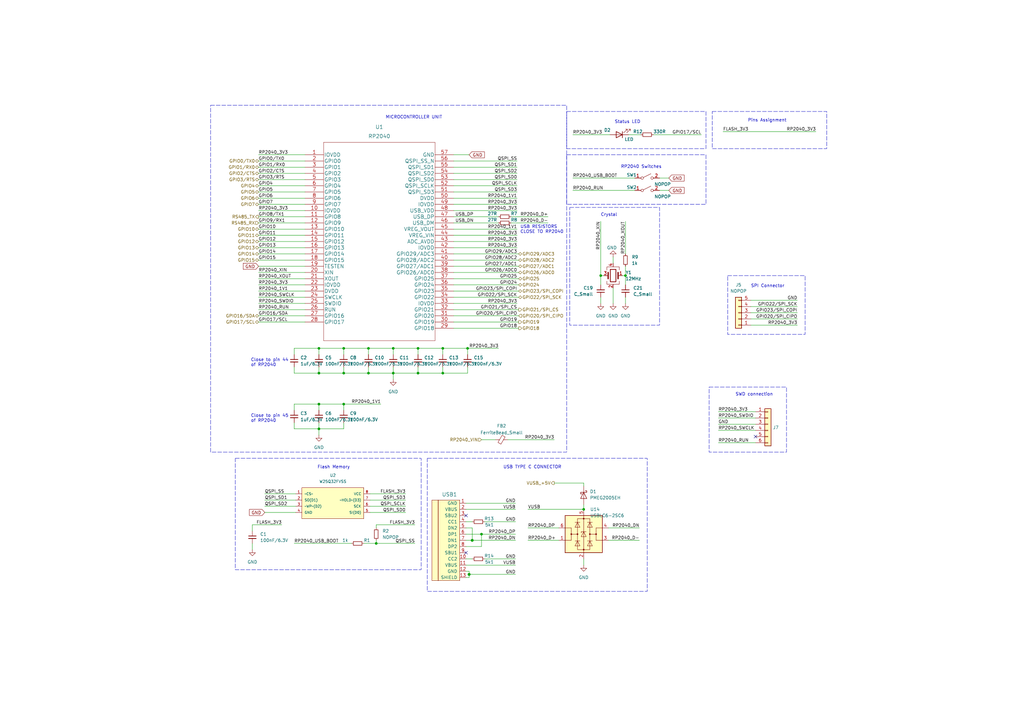
<source format=kicad_sch>
(kicad_sch (version 20231120) (generator "eeschema") (generator_version "8.0")
  (paper "A3")
  (title_block (title "teste_kicad") (date "2024-MM-DD") (rev "1") (company "Gabriel"))
  (lib_symbols
    (symbol "Connector_Generic:Conn_01x05" (pin_names (offset 1.016) hide)
      (property "Reference" "J" (at 0 7.62 0))
      (property "Value" "Conn_01x05" (at 0 -7.62 0))
      (symbol "Conn_01x05_1_1"
        (rectangle (start -1.27 -4.953) (end 0 -5.207) (stroke (width 0.1524)))
        (rectangle (start -1.27 -2.413) (end 0 -2.667) (stroke (width 0.1524)))
        (rectangle (start -1.27 0.127) (end 0 -0.127) (stroke (width 0.1524)))
        (rectangle (start -1.27 2.667) (end 0 2.413) (stroke (width 0.1524)))
        (rectangle (start -1.27 5.207) (end 0 4.953) (stroke (width 0.1524)))
        (rectangle (start -1.27 6.35) (end 1.27 -6.35) (stroke (width 0.254)) (fill (type background)))
        (pin passive line (at -5.08 5.08 0) (length 3.81) (name "Pin_1") (number "1"))
        (pin passive line (at -5.08 2.54 0) (length 3.81) (name "Pin_2") (number "2"))
        (pin passive line (at -5.08 0 0) (length 3.81) (name "Pin_3") (number "3"))
        (pin passive line (at -5.08 -2.54 0) (length 3.81) (name "Pin_4") (number "4"))
        (pin passive line (at -5.08 -5.08 0) (length 3.81) (name "Pin_5") (number "5"))
      )
    )
    (symbol "Connector_Generic:Conn_01x06" (pin_names (offset 1.016) hide)
      (property "Reference" "J" (at 0 7.62 0))
      (property "Value" "Conn_01x06" (at 0 -10.16 0))
      (symbol "Conn_01x06_1_1"
        (rectangle (start -1.27 -7.493) (end 0 -7.747) (stroke (width 0.1524)))
        (rectangle (start -1.27 -4.953) (end 0 -5.207) (stroke (width 0.1524)))
        (rectangle (start -1.27 -2.413) (end 0 -2.667) (stroke (width 0.1524)))
        (rectangle (start -1.27 0.127) (end 0 -0.127) (stroke (width 0.1524)))
        (rectangle (start -1.27 2.667) (end 0 2.413) (stroke (width 0.1524)))
        (rectangle (start -1.27 5.207) (end 0 4.953) (stroke (width 0.1524)))
        (rectangle (start -1.27 6.35) (end 1.27 -8.89) (stroke (width 0.254)) (fill (type background)))
        (pin passive line (at -5.08 5.08 0) (length 3.81) (name "Pin_1") (number "1"))
        (pin passive line (at -5.08 2.54 0) (length 3.81) (name "Pin_2") (number "2"))
        (pin passive line (at -5.08 0 0) (length 3.81) (name "Pin_3") (number "3"))
        (pin passive line (at -5.08 -2.54 0) (length 3.81) (name "Pin_4") (number "4"))
        (pin passive line (at -5.08 -5.08 0) (length 3.81) (name "Pin_5") (number "5"))
        (pin passive line (at -5.08 -7.62 0) (length 3.81) (name "Pin_6") (number "6"))
      )
    )
    (symbol "Device:Crystal_GND24" (pin_names (offset 1.016) hide)
      (property "Reference" "Y" (at 3.175 5.08 0))
      (property "Value" "Crystal_GND24" (at 3.175 3.175 0))
      (symbol "Crystal_GND24_0_1"
        (rectangle (start -1.143 2.54) (end 1.143 -2.54) (stroke (width 0.3048)))
        (polyline (pts (xy -2.54 0) (xy -2.032 0)))
        (polyline (pts (xy -2.032 -1.27) (xy -2.032 1.27)) (stroke (width 0.508)))
        (polyline (pts (xy 0 -3.81) (xy 0 -3.556)))
        (polyline (pts (xy 0 3.556) (xy 0 3.81)))
        (polyline (pts (xy 2.032 -1.27) (xy 2.032 1.27)) (stroke (width 0.508)))
        (polyline (pts (xy 2.032 0) (xy 2.54 0)))
        (polyline (pts (xy -2.54 -2.286) (xy -2.54 -3.556) (xy 2.54 -3.556) (xy 2.54 -2.286)))
        (polyline (pts (xy -2.54 2.286) (xy -2.54 3.556) (xy 2.54 3.556) (xy 2.54 2.286)))
      )
      (symbol "Crystal_GND24_1_1"
        (pin passive line (at -3.81 0 0) (length 1.27) (name "1") (number "1"))
        (pin passive line (at 0 5.08 270) (length 1.27) (name "2") (number "2"))
        (pin passive line (at 3.81 0 180) (length 1.27) (name "3") (number "3"))
        (pin passive line (at 0 -5.08 90) (length 1.27) (name "4") (number "4"))
      )
    )
    (symbol "Device:FerriteBead_Small" (pin_numbers hide) (pin_names (offset 0))
      (property "Reference" "FB" (at 1.905 1.27 0))
      (property "Value" "FerriteBead_Small" (at 1.905 -1.27 0))
      (symbol "FerriteBead_Small_0_1"
        (polyline (pts (xy 0 -1.27) (xy 0 -0.7874)))
        (polyline (pts (xy 0 0.889) (xy 0 1.2954)))
        (polyline (pts (xy -1.8288 0.2794) (xy -1.1176 1.4986) (xy 1.8288 -0.2032) (xy 1.1176 -1.4224) (xy -1.8288 0.2794)))
      )
      (symbol "FerriteBead_Small_1_1"
        (pin passive line (at 0 2.54 270) (length 1.27) (name "~") (number "1"))
        (pin passive line (at 0 -2.54 90) (length 1.27) (name "~") (number "2"))
      )
    )
    (symbol "Device:LED" (pin_numbers hide) (pin_names (offset 1.016) hide)
      (property "Reference" "D" (at 0 2.54 0))
      (property "Value" "LED" (at 0 -2.54 0))
      (symbol "LED_0_1"
        (polyline (pts (xy -1.27 -1.27) (xy -1.27 1.27)) (stroke (width 0.254)))
        (polyline (pts (xy -1.27 0) (xy 1.27 0)))
        (polyline (pts (xy 1.27 -1.27) (xy 1.27 1.27) (xy -1.27 0) (xy 1.27 -1.27)) (stroke (width 0.254)))
        (polyline (pts (xy -3.048 -0.762) (xy -4.572 -2.286) (xy -3.81 -2.286) (xy -4.572 -2.286) (xy -4.572 -1.524)))
        (polyline (pts (xy -1.778 -0.762) (xy -3.302 -2.286) (xy -2.54 -2.286) (xy -3.302 -2.286) (xy -3.302 -1.524)))
      )
      (symbol "LED_1_1"
        (pin passive line (at -3.81 0 0) (length 2.54) (name "K") (number "1"))
        (pin passive line (at 3.81 0 180) (length 2.54) (name "A") (number "2"))
      )
    )
    (symbol "Device:R_Small" (pin_numbers hide) (pin_names (offset 0.254) hide)
      (property "Reference" "R" (at 0.762 0.508 0))
      (property "Value" "R_Small" (at 0.762 -1.016 0))
      (symbol "R_Small_0_1"
        (rectangle (start -0.762 1.778) (end 0.762 -1.778) (stroke (width 0.2032)))
      )
      (symbol "R_Small_1_1"
        (pin passive line (at 0 2.54 270) (length 0.762) (name "~") (number "1"))
        (pin passive line (at 0 -2.54 90) (length 0.762) (name "~") (number "2"))
      )
    )
    (symbol "Diode:PMEG2005EH" (pin_numbers hide) (pin_names hide)
      (property "Reference" "D" (at 0 2.54 0))
      (property "Value" "PMEG2005EH" (at 0 -2.54 0))
      (symbol "PMEG2005EH_0_1"
        (polyline (pts (xy 1.27 0) (xy -1.27 0)))
        (polyline (pts (xy 1.27 1.27) (xy 1.27 -1.27) (xy -1.27 0) (xy 1.27 1.27)) (stroke (width 0.2032)))
        (polyline (pts (xy -1.905 0.635) (xy -1.905 1.27) (xy -1.27 1.27) (xy -1.27 -1.27) (xy -0.635 -1.27) (xy -0.635 -0.635)) (stroke (width 0.2032)))
      )
      (symbol "PMEG2005EH_1_1"
        (pin passive line (at -3.81 0 0) (length 2.54) (name "K") (number "1"))
        (pin passive line (at 3.81 0 180) (length 2.54) (name "A") (number "2"))
      )
    )
    (symbol "Power_Protection:USBLC6-2SC6" (pin_names hide)
      (property "Reference" "U" (at 2.54 8.89 0))
      (property "Value" "USBLC6-2SC6" (at 2.54 -8.89 0))
      (symbol "USBLC6-2SC6_0_1"
        (rectangle (start -7.62 -7.62) (end 7.62 7.62) (stroke (width 0.254)) (fill (type background)))
        (circle (center -5.08 0) (radius 0.254) (fill (type outline)))
        (circle (center -2.54 0) (radius 0.254) (fill (type outline)))
        (rectangle (start -2.54 6.35) (end 2.54 -6.35))
        (circle (center 0 -6.35) (radius 0.254) (fill (type outline)))
        (polyline (pts (xy -5.08 -2.54) (xy -7.62 -2.54)))
        (polyline (pts (xy -5.08 0) (xy -5.08 -2.54)))
        (polyline (pts (xy -5.08 2.54) (xy -7.62 2.54)))
        (polyline (pts (xy -1.524 -2.794) (xy -3.556 -2.794)))
        (polyline (pts (xy -1.524 4.826) (xy -3.556 4.826)))
        (polyline (pts (xy 0 -7.62) (xy 0 -6.35)))
        (polyline (pts (xy 0 -6.35) (xy 0 1.27)))
        (polyline (pts (xy 0 1.27) (xy 0 6.35)))
        (polyline (pts (xy 0 6.35) (xy 0 7.62)))
        (polyline (pts (xy 1.524 -2.794) (xy 3.556 -2.794)))
        (polyline (pts (xy 1.524 4.826) (xy 3.556 4.826)))
        (polyline (pts (xy 5.08 -2.54) (xy 7.62 -2.54)))
        (polyline (pts (xy 5.08 0) (xy 5.08 -2.54)))
        (polyline (pts (xy 5.08 2.54) (xy 7.62 2.54)))
        (polyline (pts (xy -2.54 0) (xy -5.08 0) (xy -5.08 2.54)))
        (polyline (pts (xy 2.54 0) (xy 5.08 0) (xy 5.08 2.54)))
        (polyline (pts (xy -3.556 -4.826) (xy -1.524 -4.826) (xy -2.54 -2.794) (xy -3.556 -4.826)))
        (polyline (pts (xy -3.556 2.794) (xy -1.524 2.794) (xy -2.54 4.826) (xy -3.556 2.794)))
        (polyline (pts (xy -1.016 -1.016) (xy 1.016 -1.016) (xy 0 1.016) (xy -1.016 -1.016)))
        (polyline (pts (xy 1.016 1.016) (xy 0.762 1.016) (xy -1.016 1.016) (xy -1.016 0.508)))
        (polyline (pts (xy 3.556 -4.826) (xy 1.524 -4.826) (xy 2.54 -2.794) (xy 3.556 -4.826)))
        (polyline (pts (xy 3.556 2.794) (xy 1.524 2.794) (xy 2.54 4.826) (xy 3.556 2.794)))
        (circle (center 0 6.35) (radius 0.254) (fill (type outline)))
        (circle (center 2.54 0) (radius 0.254) (fill (type outline)))
        (circle (center 5.08 0) (radius 0.254) (fill (type outline)))
      )
      (symbol "USBLC6-2SC6_1_1"
        (pin passive line (at -10.16 -2.54 0) (length 2.54) (name "I/O1") (number "1"))
        (pin passive line (at 0 -10.16 90) (length 2.54) (name "GND") (number "2"))
        (pin passive line (at 10.16 -2.54 180) (length 2.54) (name "I/O2") (number "3"))
        (pin passive line (at 10.16 2.54 180) (length 2.54) (name "I/O2") (number "4"))
        (pin passive line (at 0 10.16 270) (length 2.54) (name "VBUS") (number "5"))
        (pin passive line (at -10.16 2.54 0) (length 2.54) (name "I/O1") (number "6"))
      )
    )
    (symbol "SparkFun-IC-Memory:W25Q32FVSS" (pin_names (offset 1.016))
      (property "Reference" "U" (at -12.7 7.62 0))
      (property "Value" "W25Q32FVSS" (at -12.7 -8.89 0))
      (property "Field4" "IC-13229" (at 0 10.16 0))
      (symbol "W25Q32FVSS_1_1"
        (polyline (pts (xy -12.7 -6.35) (xy -12.7 6.35) (xy 12.7 6.35) (xy 12.7 -6.35) (xy -12.7 -6.35)) (fill (type background)))
        (pin bidirectional line (at -15.24 3.81 0) (length 2.54) (name "~CS~") (number "1"))
        (pin bidirectional line (at -15.24 1.27 0) (length 2.54) (name "SO(D1)") (number "2"))
        (pin bidirectional line (at -15.24 -1.27 0) (length 2.54) (name "~WP~(D2)") (number "3"))
        (pin bidirectional line (at -15.24 -3.81 0) (length 2.54) (name "GND") (number "4"))
        (pin bidirectional line (at 15.24 -3.81 180) (length 2.54) (name "SI(D0)") (number "5"))
        (pin bidirectional line (at 15.24 -1.27 180) (length 2.54) (name "SCK") (number "6"))
        (pin bidirectional line (at 15.24 1.27 180) (length 2.54) (name "~HOLD~(D3)") (number "7"))
        (pin bidirectional line (at 15.24 3.81 180) (length 2.54) (name "VCC") (number "8"))
      )
    )
    (symbol "Type-C:HRO-TYPE-C-31-M-12" (pin_names (offset 1.016))
      (property "Reference" "USB" (at -5.08 16.51 0))
      (property "Value" "HRO-TYPE-C-31-M-12" (at -10.16 -1.27 90))
      (symbol "HRO-TYPE-C-31-M-12_0_1"
        (rectangle (start -11.43 15.24) (end -8.89 -17.78) (fill (type background)))
        (rectangle (start 0 -17.78) (end -8.89 15.24) (fill (type background)))
      )
      (symbol "HRO-TYPE-C-31-M-12_1_1"
        (pin input line (at 2.54 13.97 180) (length 2.54) (name "GND") (number "1"))
        (pin input line (at 2.54 -8.89 180) (length 2.54) (name "CC2") (number "10"))
        (pin input line (at 2.54 -11.43 180) (length 2.54) (name "VBUS") (number "11"))
        (pin input line (at 2.54 -13.97 180) (length 2.54) (name "GND") (number "12"))
        (pin input line (at 2.54 -16.51 180) (length 2.54) (name "SHIELD") (number "13"))
        (pin input line (at 2.54 11.43 180) (length 2.54) (name "VBUS") (number "2"))
        (pin input line (at 2.54 8.89 180) (length 2.54) (name "SBU2") (number "3"))
        (pin input line (at 2.54 6.35 180) (length 2.54) (name "CC1") (number "4"))
        (pin input line (at 2.54 3.81 180) (length 2.54) (name "DN2") (number "5"))
        (pin input line (at 2.54 1.27 180) (length 2.54) (name "DP1") (number "6"))
        (pin input line (at 2.54 -1.27 180) (length 2.54) (name "DN1") (number "7"))
        (pin input line (at 2.54 -3.81 180) (length 2.54) (name "DP2") (number "8"))
        (pin input line (at 2.54 -6.35 180) (length 2.54) (name "SBU1") (number "9"))
      )
    )
    (symbol "device:C_Small" (pin_numbers hide) (pin_names (offset 0.254) hide)
      (property "Reference" "C" (at 0.254 1.778 0))
      (property "Value" "C_Small" (at 0.254 -2.032 0))
      (symbol "C_Small_0_1"
        (polyline (pts (xy -1.524 -0.508) (xy 1.524 -0.508)) (stroke (width 0.3302)))
        (polyline (pts (xy -1.524 0.508) (xy 1.524 0.508)) (stroke (width 0.3048)))
      )
      (symbol "C_Small_1_1"
        (pin passive line (at 0 2.54 270) (length 2.032) (name "~") (number "1"))
        (pin passive line (at 0 -2.54 90) (length 2.032) (name "~") (number "2"))
      )
    )
    (symbol "device:R_Small" (pin_numbers hide) (pin_names (offset 0.254) hide)
      (property "Reference" "R" (at 0.762 0.508 0))
      (property "Value" "R_Small" (at 0.762 -1.016 0))
      (symbol "R_Small_0_1"
        (rectangle (start -0.762 1.778) (end 0.762 -1.778) (stroke (width 0.2032)))
      )
      (symbol "R_Small_1_1"
        (pin passive line (at 0 2.54 270) (length 0.762) (name "~") (number "1"))
        (pin passive line (at 0 -2.54 90) (length 0.762) (name "~") (number "2"))
      )
    )
    (symbol "power:GND" (power) (pin_names (offset 0))
      (property "Value" "GND" (at 0 -3.81 0))
      (symbol "GND_0_1"
        (polyline (pts (xy 0 0) (xy 0 -1.27) (xy 1.27 -1.27) (xy 0 -2.54) (xy -1.27 -1.27) (xy 0 -1.27)))
      )
      (symbol "GND_1_1"
        (pin power_in line (at 0 0 270) (length 0) hide (name "GND") (number "1"))
      )
    )
    (symbol "rp2040:RP2040" (pin_names (offset 0.254))
      (property "Reference" "U" (at 30.48 10.16 0))
      (property "Value" "RP2040" (at 30.48 7.62 0))
      (symbol "RP2040_1_1"
        (polyline (pts (xy 7.62 -76.2) (xy 53.34 -76.2)) (stroke (width 0.127)))
        (polyline (pts (xy 7.62 5.08) (xy 7.62 -76.2)) (stroke (width 0.127)))
        (polyline (pts (xy 53.34 -76.2) (xy 53.34 5.08)) (stroke (width 0.127)))
        (polyline (pts (xy 53.34 5.08) (xy 7.62 5.08)) (stroke (width 0.127)))
        (pin power_in line (at 0 0 0) (length 7.62) (name "IOVDD") (number "1"))
        (pin power_in line (at 0 -22.86 0) (length 7.62) (name "IOVDD") (number "10"))
        (pin bidirectional line (at 0 -25.4 0) (length 7.62) (name "GPIO8") (number "11"))
        (pin bidirectional line (at 0 -27.94 0) (length 7.62) (name "GPIO9") (number "12"))
        (pin bidirectional line (at 0 -30.48 0) (length 7.62) (name "GPIO10") (number "13"))
        (pin bidirectional line (at 0 -33.02 0) (length 7.62) (name "GPIO11") (number "14"))
        (pin bidirectional line (at 0 -35.56 0) (length 7.62) (name "GPIO12") (number "15"))
        (pin bidirectional line (at 0 -38.1 0) (length 7.62) (name "GPIO13") (number "16"))
        (pin bidirectional line (at 0 -40.64 0) (length 7.62) (name "GPIO14") (number "17"))
        (pin bidirectional line (at 0 -43.18 0) (length 7.62) (name "GPIO15") (number "18"))
        (pin unspecified line (at 0 -45.72 0) (length 7.62) (name "TESTEN") (number "19"))
        (pin bidirectional line (at 0 -2.54 0) (length 7.62) (name "GPIO0") (number "2"))
        (pin unspecified line (at 0 -48.26 0) (length 7.62) (name "XIN") (number "20"))
        (pin output line (at 0 -50.8 0) (length 7.62) (name "XOUT") (number "21"))
        (pin power_in line (at 0 -53.34 0) (length 7.62) (name "IOVDD") (number "22"))
        (pin power_in line (at 0 -55.88 0) (length 7.62) (name "DVDD") (number "23"))
        (pin unspecified line (at 0 -58.42 0) (length 7.62) (name "SWCLK") (number "24"))
        (pin unspecified line (at 0 -60.96 0) (length 7.62) (name "SWDIO") (number "25"))
        (pin unspecified line (at 0 -63.5 0) (length 7.62) (name "RUN") (number "26"))
        (pin bidirectional line (at 0 -66.04 0) (length 7.62) (name "GPIO16") (number "27"))
        (pin bidirectional line (at 0 -68.58 0) (length 7.62) (name "GPIO17") (number "28"))
        (pin bidirectional line (at 60.96 -71.12 180) (length 7.62) (name "GPIO18") (number "29"))
        (pin bidirectional line (at 0 -5.08 0) (length 7.62) (name "GPIO1") (number "3"))
        (pin bidirectional line (at 60.96 -68.58 180) (length 7.62) (name "GPIO19") (number "30"))
        (pin bidirectional line (at 60.96 -66.04 180) (length 7.62) (name "GPIO20") (number "31"))
        (pin bidirectional line (at 60.96 -63.5 180) (length 7.62) (name "GPIO21") (number "32"))
        (pin power_in line (at 60.96 -60.96 180) (length 7.62) (name "IOVDD") (number "33"))
        (pin bidirectional line (at 60.96 -58.42 180) (length 7.62) (name "GPIO22") (number "34"))
        (pin bidirectional line (at 60.96 -55.88 180) (length 7.62) (name "GPIO23") (number "35"))
        (pin bidirectional line (at 60.96 -53.34 180) (length 7.62) (name "GPIO24") (number "36"))
        (pin bidirectional line (at 60.96 -50.8 180) (length 7.62) (name "GPIO25") (number "37"))
        (pin bidirectional line (at 60.96 -48.26 180) (length 7.62) (name "GPIO26/ADC0") (number "38"))
        (pin bidirectional line (at 60.96 -45.72 180) (length 7.62) (name "GPIO27/ADC1") (number "39"))
        (pin bidirectional line (at 0 -7.62 0) (length 7.62) (name "GPIO2") (number "4"))
        (pin bidirectional line (at 60.96 -43.18 180) (length 7.62) (name "GPIO28/ADC2") (number "40"))
        (pin bidirectional line (at 60.96 -40.64 180) (length 7.62) (name "GPIO29/ADC3") (number "41"))
        (pin power_in line (at 60.96 -38.1 180) (length 7.62) (name "IOVDD") (number "42"))
        (pin power_in line (at 60.96 -35.56 180) (length 7.62) (name "ADC_AVDD") (number "43"))
        (pin unspecified line (at 60.96 -33.02 180) (length 7.62) (name "VREG_VIN") (number "44"))
        (pin output line (at 60.96 -30.48 180) (length 7.62) (name "VREG_VOUT") (number "45"))
        (pin unspecified line (at 60.96 -27.94 180) (length 7.62) (name "USB_DM") (number "46"))
        (pin unspecified line (at 60.96 -25.4 180) (length 7.62) (name "USB_DP") (number "47"))
        (pin power_in line (at 60.96 -22.86 180) (length 7.62) (name "USB_VDD") (number "48"))
        (pin power_in line (at 60.96 -20.32 180) (length 7.62) (name "IOVDD") (number "49"))
        (pin bidirectional line (at 0 -10.16 0) (length 7.62) (name "GPIO3") (number "5"))
        (pin power_in line (at 60.96 -17.78 180) (length 7.62) (name "DVDD") (number "50"))
        (pin bidirectional line (at 60.96 -15.24 180) (length 7.62) (name "QSPI_SD3") (number "51"))
        (pin unspecified line (at 60.96 -12.7 180) (length 7.62) (name "QSPI_SCLK") (number "52"))
        (pin bidirectional line (at 60.96 -10.16 180) (length 7.62) (name "QSPI_SD0") (number "53"))
        (pin bidirectional line (at 60.96 -7.62 180) (length 7.62) (name "QSPI_SD2") (number "54"))
        (pin bidirectional line (at 60.96 -5.08 180) (length 7.62) (name "QSPI_SD1") (number "55"))
        (pin unspecified line (at 60.96 -2.54 180) (length 7.62) (name "QSPI_SS_N") (number "56"))
        (pin power_in line (at 60.96 0 180) (length 7.62) (name "GND") (number "57"))
        (pin bidirectional line (at 0 -12.7 0) (length 7.62) (name "GPIO4") (number "6"))
        (pin bidirectional line (at 0 -15.24 0) (length 7.62) (name "GPIO5") (number "7"))
        (pin bidirectional line (at 0 -17.78 0) (length 7.62) (name "GPIO6") (number "8"))
        (pin bidirectional line (at 0 -20.32 0) (length 7.62) (name "GPIO7") (number "9"))
      )
    )
    (symbol "switches:SW_SPST" (pin_names (offset 0) hide)
      (property "Reference" "SW" (at 0 3.175 0))
      (property "Value" "SW_SPST" (at 0 -2.54 0))
      (symbol "SW_SPST_0_0"
        (circle (center -2.032 0) (radius 0.508))
        (polyline (pts (xy -1.524 0.254) (xy 1.524 1.778)))
        (circle (center 2.032 0) (radius 0.508))
      )
      (symbol "SW_SPST_1_1"
        (pin passive line (at -5.08 0 0) (length 2.54) (name "A") (number "1"))
        (pin passive line (at 5.08 0 180) (length 2.54) (name "B") (number "2"))
      )
    )
  )
  (junction (at 130.81 165.735) (diameter 0.9144))
  (junction (at 181.61 153.035) (diameter 0.9144))
  (junction (at 197.485 219.075))
  (junction (at 192.405 235.585) (diameter 1.016))
  (junction (at 191.77 142.875) (diameter 0.9144))
  (junction (at 161.29 153.035) (diameter 0.9144))
  (junction (at 193.675 221.615) (diameter 1.016))
  (junction (at 181.61 142.875) (diameter 0.9144))
  (junction (at 151.13 153.035) (diameter 0.9144))
  (junction (at 151.13 142.875) (diameter 0.9144))
  (junction (at 256.54 113.03) (diameter 0.9144))
  (junction (at 246.38 113.03) (diameter 0.9144))
  (junction (at 171.45 153.035) (diameter 0.9144))
  (junction (at 171.45 142.875) (diameter 0.9144))
  (junction (at 154.305 222.885) (diameter 0.9144))
  (junction (at 130.81 142.875) (diameter 0.9144))
  (junction (at 130.81 175.895) (diameter 0.9144))
  (junction (at 161.29 142.875) (diameter 0.9144))
  (junction (at 130.81 153.035) (diameter 0.9144))
  (junction (at 140.97 165.735) (diameter 0.9144))
  (junction (at 140.97 153.035) (diameter 0.9144))
  (junction (at 140.97 142.875) (diameter 0.9144))
  (junction (at 239.395 208.915))
  (no_connect (at 191.135 226.695))
  (no_connect (at 309.88 179.07))
  (no_connect (at 191.135 211.455))
  (wire (pts (xy 192.405 235.585) (xy 192.405 236.855)))
  (wire (pts (xy 181.61 142.875) (xy 181.61 145.415)))
  (wire (pts (xy 120.65 142.875) (xy 130.81 142.875)))
  (wire (pts (xy 151.13 153.035) (xy 161.29 153.035)))
  (wire (pts (xy 120.65 165.735) (xy 130.81 165.735)))
  (wire (pts (xy 140.97 153.035) (xy 151.13 153.035)))
  (wire (pts (xy 186.055 101.6) (xy 212.09 101.6)))
  (wire (pts (xy 108.585 207.645) (xy 121.285 207.645)))
  (wire (pts (xy 130.81 153.035) (xy 140.97 153.035)))
  (wire (pts (xy 106.045 76.2) (xy 125.095 76.2)))
  (wire (pts (xy 251.46 105.41) (xy 251.46 107.95)))
  (wire (pts (xy 186.055 83.82) (xy 212.09 83.82)))
  (wire (pts (xy 186.055 109.22) (xy 212.725 109.22)))
  (wire (pts (xy 309.88 181.61) (xy 294.64 181.61)))
  (wire (pts (xy 191.135 219.075) (xy 197.485 219.075)))
  (wire (pts (xy 192.405 235.585) (xy 211.455 235.585)))
  (wire (pts (xy 106.045 116.84) (xy 125.095 116.84)))
  (wire (pts (xy 140.97 150.495) (xy 140.97 153.035)))
  (wire (pts (xy 246.38 121.92) (xy 246.38 124.46)))
  (wire (pts (xy 256.54 113.03) (xy 256.54 116.84)))
  (wire (pts (xy 106.045 127) (xy 125.095 127)))
  (wire (pts (xy 161.29 153.035) (xy 171.45 153.035)))
  (wire (pts (xy 171.45 150.495) (xy 171.45 153.035)))
  (wire (pts (xy 106.045 66.04) (xy 125.095 66.04)))
  (wire (pts (xy 106.045 119.38) (xy 125.095 119.38)))
  (wire (pts (xy 140.97 142.875) (xy 140.97 145.415)))
  (wire (pts (xy 106.045 111.76) (xy 125.095 111.76)))
  (wire (pts (xy 106.045 88.9) (xy 125.095 88.9)))
  (wire (pts (xy 270.51 78.105) (xy 274.32 78.105)))
  (wire (pts (xy 108.585 202.565) (xy 121.285 202.565)))
  (wire (pts (xy 149.225 222.885) (xy 154.305 222.885)))
  (wire (pts (xy 151.13 150.495) (xy 151.13 153.035)))
  (wire (pts (xy 130.81 165.735) (xy 140.97 165.735)))
  (wire (pts (xy 151.765 207.645) (xy 166.37 207.645)))
  (wire (pts (xy 307.975 133.35) (xy 327.025 133.35)))
  (wire (pts (xy 120.65 153.035) (xy 130.81 153.035)))
  (wire (pts (xy 120.65 145.415) (xy 120.65 142.875)))
  (wire (pts (xy 151.13 142.875) (xy 151.13 145.415)))
  (wire (pts (xy 239.395 207.01) (xy 239.395 208.915)))
  (wire (pts (xy 191.135 234.315) (xy 192.405 234.315)))
  (wire (pts (xy 186.055 127) (xy 212.725 127)))
  (wire (pts (xy 130.81 142.875) (xy 140.97 142.875)))
  (wire (pts (xy 106.045 63.5) (xy 125.095 63.5)))
  (wire (pts (xy 186.055 68.58) (xy 212.09 68.58)))
  (wire (pts (xy 197.485 219.075) (xy 211.455 219.075)))
  (wire (pts (xy 256.54 121.92) (xy 256.54 124.46)))
  (wire (pts (xy 186.055 91.44) (xy 204.47 91.44)))
  (wire (pts (xy 170.18 215.265) (xy 154.305 215.265)))
  (wire (pts (xy 106.045 91.44) (xy 125.095 91.44)))
  (wire (pts (xy 161.29 145.415) (xy 161.29 142.875)))
  (wire (pts (xy 106.045 96.52) (xy 125.095 96.52)))
  (wire (pts (xy 186.055 71.12) (xy 212.09 71.12)))
  (wire (pts (xy 186.055 106.68) (xy 212.725 106.68)))
  (wire (pts (xy 186.055 121.92) (xy 212.725 121.92)))
  (wire (pts (xy 186.055 63.5) (xy 192.405 63.5)))
  (wire (pts (xy 106.045 106.68) (xy 125.095 106.68)))
  (wire (pts (xy 120.65 173.355) (xy 120.65 175.895)))
  (wire (pts (xy 186.055 124.46) (xy 212.09 124.46)))
  (wire (pts (xy 151.765 210.185) (xy 166.37 210.185)))
  (wire (pts (xy 151.765 202.565) (xy 166.37 202.565)))
  (wire (pts (xy 186.055 99.06) (xy 212.09 99.06)))
  (wire (pts (xy 161.29 150.495) (xy 161.29 153.035)))
  (wire (pts (xy 246.38 113.03) (xy 246.38 116.84)))
  (wire (pts (xy 191.135 216.535) (xy 193.675 216.535)))
  (wire (pts (xy 186.055 81.28) (xy 212.09 81.28)))
  (wire (pts (xy 296.545 53.975) (xy 334.645 53.975)))
  (wire (pts (xy 262.255 221.615) (xy 249.555 221.615)))
  (wire (pts (xy 130.81 175.895) (xy 130.81 178.435)))
  (wire (pts (xy 246.38 113.03) (xy 247.65 113.03)))
  (wire (pts (xy 270.51 73.025) (xy 274.32 73.025)))
  (wire (pts (xy 186.055 96.52) (xy 212.09 96.52)))
  (wire (pts (xy 193.675 221.615) (xy 211.455 221.615)))
  (wire (pts (xy 191.77 153.035) (xy 191.77 150.495)))
  (wire (pts (xy 186.055 93.98) (xy 212.09 93.98)))
  (wire (pts (xy 191.77 142.875) (xy 204.47 142.875)))
  (wire (pts (xy 209.55 91.44) (xy 224.79 91.44)))
  (wire (pts (xy 186.055 116.84) (xy 212.725 116.84)))
  (wire (pts (xy 106.045 99.06) (xy 125.095 99.06)))
  (wire (pts (xy 198.755 229.235) (xy 211.455 229.235)))
  (wire (pts (xy 154.305 221.615) (xy 154.305 222.885)))
  (wire (pts (xy 186.055 134.62) (xy 212.725 134.62)))
  (wire (pts (xy 106.045 121.92) (xy 125.095 121.92)))
  (wire (pts (xy 120.65 175.895) (xy 130.81 175.895)))
  (wire (pts (xy 193.675 213.995) (xy 191.135 213.995)))
  (wire (pts (xy 216.535 221.615) (xy 229.235 221.615)))
  (wire (pts (xy 307.975 125.73) (xy 327.025 125.73)))
  (wire (pts (xy 192.405 236.855) (xy 191.135 236.855)))
  (wire (pts (xy 256.54 109.22) (xy 256.54 113.03)))
  (wire (pts (xy 106.045 124.46) (xy 125.095 124.46)))
  (wire (pts (xy 106.045 81.28) (xy 125.095 81.28)))
  (wire (pts (xy 239.395 229.235) (xy 239.395 231.775)))
  (wire (pts (xy 197.485 180.34) (xy 203.2 180.34)))
  (wire (pts (xy 106.045 86.36) (xy 125.095 86.36)))
  (wire (pts (xy 151.13 142.875) (xy 161.29 142.875)))
  (wire (pts (xy 106.045 93.98) (xy 125.095 93.98)))
  (wire (pts (xy 161.29 153.035) (xy 161.29 155.575)))
  (wire (pts (xy 191.135 224.155) (xy 197.485 224.155)))
  (wire (pts (xy 151.765 205.105) (xy 166.37 205.105)))
  (wire (pts (xy 120.65 150.495) (xy 120.65 153.035)))
  (wire (pts (xy 216.535 216.535) (xy 229.235 216.535)))
  (wire (pts (xy 106.045 73.66) (xy 125.095 73.66)))
  (wire (pts (xy 161.29 142.875) (xy 171.45 142.875)))
  (wire (pts (xy 106.045 101.6) (xy 125.095 101.6)))
  (wire (pts (xy 130.81 173.355) (xy 130.81 175.895)))
  (wire (pts (xy 106.045 68.58) (xy 125.095 68.58)))
  (wire (pts (xy 294.64 171.45) (xy 309.88 171.45)))
  (wire (pts (xy 154.305 215.265) (xy 154.305 216.535)))
  (wire (pts (xy 191.135 221.615) (xy 193.675 221.615)))
  (wire (pts (xy 246.38 90.805) (xy 246.38 113.03)))
  (wire (pts (xy 140.97 165.735) (xy 156.21 165.735)))
  (wire (pts (xy 193.675 216.535) (xy 193.675 221.615)))
  (wire (pts (xy 256.54 90.805) (xy 256.54 104.14)))
  (wire (pts (xy 108.585 205.105) (xy 121.285 205.105)))
  (wire (pts (xy 186.055 129.54) (xy 212.725 129.54)))
  (wire (pts (xy 307.975 130.81) (xy 327.025 130.81)))
  (wire (pts (xy 234.95 78.105) (xy 260.35 78.105)))
  (wire (pts (xy 309.88 168.91) (xy 294.64 168.91)))
  (wire (pts (xy 106.045 78.74) (xy 125.095 78.74)))
  (wire (pts (xy 106.045 71.12) (xy 125.095 71.12)))
  (wire (pts (xy 197.485 224.155) (xy 197.485 219.075)))
  (wire (pts (xy 186.055 66.04) (xy 212.09 66.04)))
  (wire (pts (xy 216.535 208.915) (xy 239.395 208.915)))
  (wire (pts (xy 307.975 123.19) (xy 327.025 123.19)))
  (wire (pts (xy 192.405 234.315) (xy 192.405 235.585)))
  (wire (pts (xy 120.65 222.885) (xy 144.145 222.885)))
  (wire (pts (xy 120.65 168.275) (xy 120.65 165.735)))
  (wire (pts (xy 262.255 216.535) (xy 249.555 216.535)))
  (wire (pts (xy 257.81 55.245) (xy 262.89 55.245)))
  (wire (pts (xy 181.61 150.495) (xy 181.61 153.035)))
  (wire (pts (xy 186.055 111.76) (xy 212.725 111.76)))
  (wire (pts (xy 239.395 198.12) (xy 239.395 199.39)))
  (wire (pts (xy 106.045 83.82) (xy 125.095 83.82)))
  (wire (pts (xy 267.97 55.245) (xy 287.655 55.245)))
  (wire (pts (xy 191.135 231.775) (xy 211.455 231.775)))
  (wire (pts (xy 208.28 180.34) (xy 227.33 180.34)))
  (wire (pts (xy 234.95 73.025) (xy 260.35 73.025)))
  (wire (pts (xy 130.81 175.895) (xy 140.97 175.895)))
  (wire (pts (xy 140.97 173.355) (xy 140.97 175.895)))
  (wire (pts (xy 140.97 142.875) (xy 151.13 142.875)))
  (wire (pts (xy 186.055 132.08) (xy 212.725 132.08)))
  (wire (pts (xy 171.45 142.875) (xy 171.45 145.415)))
  (wire (pts (xy 171.45 142.875) (xy 181.61 142.875)))
  (wire (pts (xy 211.455 213.995) (xy 198.755 213.995)))
  (wire (pts (xy 186.055 88.9) (xy 204.47 88.9)))
  (wire (pts (xy 191.135 229.235) (xy 193.675 229.235)))
  (wire (pts (xy 191.77 142.875) (xy 191.77 145.415)))
  (wire (pts (xy 130.81 168.275) (xy 130.81 165.735)))
  (wire (pts (xy 154.305 222.885) (xy 170.18 222.885)))
  (wire (pts (xy 186.055 73.66) (xy 212.09 73.66)))
  (wire (pts (xy 309.88 173.99) (xy 294.64 173.99)))
  (wire (pts (xy 103.505 215.265) (xy 115.57 215.265)))
  (wire (pts (xy 186.055 76.2) (xy 212.09 76.2)))
  (wire (pts (xy 106.045 132.08) (xy 125.095 132.08)))
  (wire (pts (xy 211.455 208.915) (xy 191.135 208.915)))
  (wire (pts (xy 108.585 210.185) (xy 121.285 210.185)))
  (wire (pts (xy 106.045 114.3) (xy 125.095 114.3)))
  (wire (pts (xy 181.61 142.875) (xy 191.77 142.875)))
  (wire (pts (xy 251.46 118.11) (xy 251.46 124.46)))
  (wire (pts (xy 294.64 176.53) (xy 309.88 176.53)))
  (wire (pts (xy 234.95 55.245) (xy 250.19 55.245)))
  (wire (pts (xy 106.045 109.22) (xy 125.095 109.22)))
  (wire (pts (xy 255.27 113.03) (xy 256.54 113.03)))
  (wire (pts (xy 209.55 88.9) (xy 224.79 88.9)))
  (wire (pts (xy 103.505 217.805) (xy 103.505 215.265)))
  (wire (pts (xy 181.61 153.035) (xy 191.77 153.035)))
  (wire (pts (xy 171.45 153.035) (xy 181.61 153.035)))
  (wire (pts (xy 103.505 222.885) (xy 103.505 225.425)))
  (wire (pts (xy 130.81 150.495) (xy 130.81 153.035)))
  (wire (pts (xy 186.055 104.14) (xy 212.725 104.14)))
  (wire (pts (xy 186.055 86.36) (xy 212.09 86.36)))
  (wire (pts (xy 186.055 114.3) (xy 212.725 114.3)))
  (wire (pts (xy 106.045 129.54) (xy 125.095 129.54)))
  (wire (pts (xy 227.33 198.12) (xy 239.395 198.12)))
  (wire (pts (xy 191.135 206.375) (xy 211.455 206.375)))
  (wire (pts (xy 140.97 165.735) (xy 140.97 168.275)))
  (wire (pts (xy 130.81 145.415) (xy 130.81 142.875)))
  (wire (pts (xy 186.055 78.74) (xy 212.09 78.74)))
  (wire (pts (xy 307.975 128.27) (xy 327.025 128.27)))
  (wire (pts (xy 186.055 119.38) (xy 212.725 119.38)))
  (wire (pts (xy 106.045 104.14) (xy 125.095 104.14)))
  (rectangle (start 175.26 187.96) (end 265.43 242.57) (stroke (width 0) (type dash)))
  (rectangle (start 96.52 187.96) (end 172.72 233.68) (stroke (width 0) (type dash)))
  (rectangle (start 290.83 158.75) (end 322.58 185.42) (stroke (width 0) (type dash)))
  (rectangle (start 233.68 85.09) (end 270.51 133.35) (stroke (width 0) (type dash)))
  (rectangle (start 292.1 45.72) (end 339.09 60.96) (stroke (width 0) (type dash)))
  (rectangle (start 86.36 43.18) (end 232.41 185.42) (stroke (width 0) (type dash)))
  (rectangle (start 232.41 45.72) (end 289.56 60.96) (stroke (width 0) (type dash)))
  (rectangle (start 298.45 113.03) (end 330.2 137.16) (stroke (width 0) (type dash)))
  (rectangle (start 232.41 63.5) (end 289.56 83.82) (stroke (width 0) (type dash)))
  (text "Pins Assignment" (at 306.705 50.165 0) (effects (font (size 1.27 1.27)) (justify left bottom)))
  (text "SWD connection" (at 301.625 162.56 0) (effects (font (size 1.27 1.27)) (justify left bottom)))
  (text "SPI Connector" (at 307.975 118.11 0) (effects (font (size 1.27 1.27)) (justify left bottom)))
  (text "Status LED" (at 252.095 50.8 0) (effects (font (size 1.27 1.27)) (justify left bottom)))
  (text "Crystal" (at 246.38 88.9 0) (effects (font (size 1.27 1.27)) (justify left bottom)))
  (text "RP2040 Switches" (at 254.635 69.215 0) (effects (font (size 1.27 1.27)) (justify left bottom)))
  (text "USB RESISTORS\nCLOSE TO RP2040" (at 213.36 95.885 0) (effects (font (size 1.27 1.27)) (justify left bottom)))
  (text "Close to pin 44\nof RP2040" (at 102.87 150.495 0) (effects (font (size 1.27 1.27)) (justify left bottom)))
  (text "USB TYPE C CONNECTOR" (at 206.375 192.405 0) (effects (font (size 1.27 1.27)) (justify left bottom)))
  (text "Close to pin 45\nof RP2040" (at 102.87 173.355 0) (effects (font (size 1.27 1.27)) (justify left bottom)))
  (text "Flash Memory" (at 130.175 192.405 0) (effects (font (size 1.27 1.27)) (justify left bottom)))
  (text "MICROCONTROLLER UNIT" (at 158.115 48.895 0) (effects (font (size 1.27 1.27)) (justify left bottom)))
  (label "RP2040_RUN" (at 294.64 181.61 0))
  (label "RP2040_3V3" (at 294.64 168.91 0))
  (label "QSPI_SD3" (at 212.09 78.74 180))
  (label "RP2040_1V1" (at 156.21 165.735 180))
  (label "USB_DP" (at 186.69 88.9 0))
  (label "RP2040_3V3" (at 204.47 142.875 180))
  (label "RP2040_USB_BOOT" (at 120.65 222.885 0))
  (label "RP2040_SWCLK" (at 294.64 176.53 0))
  (label "GND" (at 211.455 235.585 180))
  (label "GPIO16{slash}SDA" (at 106.045 129.54 0))
  (label "FLASH_3V3" (at 166.37 202.565 180))
  (label "RP2040_3V3" (at 212.09 83.82 180))
  (label "RP2040_XOUT" (at 106.045 114.3 0))
  (label "GPIO3{slash}RTS" (at 106.045 73.66 0))
  (label "GND" (at 211.455 213.995 180))
  (label "RP2040_SWCLK" (at 106.045 121.92 0))
  (label "RP2040_3V3" (at 327.025 133.35 180))
  (label "RP2040_XOUT" (at 256.54 90.805 270))
  (label "RP2040_1V1" (at 106.045 119.38 0))
  (label "GPIO29{slash}ADC3" (at 212.09 104.14 180))
  (label "RP2040_DP" (at 216.535 216.535 0))
  (label "FLASH_3V3" (at 170.18 215.265 180))
  (label "GPIO22{slash}SPI_SCK" (at 212.09 121.92 180))
  (label "GPIO13" (at 106.045 101.6 0))
  (label "GPIO22{slash}SPI_SCK" (at 327.025 125.73 180))
  (label "RP2040_3V3" (at 212.09 101.6 180))
  (label "RP2040_D+" (at 216.535 221.615 0))
  (label "RP2040_D+" (at 224.79 88.9 180))
  (label "RP2040_3V3" (at 234.95 55.245 0))
  (label "RP2040_RUN" (at 106.045 127 0))
  (label "QSPI_SS" (at 170.18 222.885 180))
  (label "RP2040_3V3" (at 212.09 99.06 180))
  (label "RP2040_RUN" (at 234.95 78.105 0))
  (label "RP2040_DN" (at 211.455 221.615 180))
  (label "RP2040_3V3" (at 212.09 86.36 180))
  (label "GPIO8{slash}TX1" (at 106.045 88.9 0))
  (label "RP2040_SWDIO" (at 294.64 171.45 0))
  (label "VUSB" (at 216.535 208.915 0))
  (label "GPIO15" (at 106.045 106.68 0))
  (label "RP2040_3V3" (at 212.09 124.46 180))
  (label "GPIO21{slash}SPI_CS" (at 212.09 127 180))
  (label "RP2040_3V3" (at 106.045 86.36 0))
  (label "RP2040_XIN" (at 246.38 90.805 270))
  (label "RP2040_3V3" (at 106.045 116.84 0))
  (label "GPIO7" (at 106.045 83.82 0))
  (label "GPIO0{slash}TX0" (at 106.045 66.04 0))
  (label "GND" (at 211.455 206.375 180))
  (label "QSPI_SCLK" (at 212.09 76.2 180))
  (label "GND" (at 294.64 173.99 0))
  (label "GPIO27{slash}ADC1" (at 212.09 109.22 180))
  (label "GPIO4" (at 106.045 76.2 0))
  (label "GPIO12" (at 106.045 99.06 0))
  (label "RP2040_XIN" (at 106.045 111.76 0))
  (label "QSPI_SD1" (at 212.09 68.58 180))
  (label "GPIO20{slash}SPI_CIPO" (at 327.025 130.81 180))
  (label "RP2040_1V1" (at 212.09 93.98 180))
  (label "RP2040_SWDIO" (at 106.045 124.46 0))
  (label "GPIO18" (at 212.09 134.62 180))
  (label "QSPI_SD1" (at 108.585 205.105 0))
  (label "QSPI_SCLK" (at 166.37 207.645 180))
  (label "GPIO17{slash}SCL" (at 287.655 55.245 180))
  (label "GPIO26{slash}ADC0" (at 212.09 111.76 180))
  (label "RP2040_3V3" (at 106.045 63.5 0))
  (label "USB_DN" (at 186.69 91.44 0))
  (label "RP2040_1V1" (at 212.09 81.28 180))
  (label "GPIO25" (at 212.09 114.3 180))
  (label "RP2040_USB_BOOT" (at 234.95 73.025 0))
  (label "RP2040_3V3" (at 212.09 96.52 180))
  (label "QSPI_SD3" (at 166.37 205.105 180))
  (label "RP2040_3V3" (at 227.33 180.34 180))
  (label "GPIO19" (at 212.09 132.08 180))
  (label "QSPI_SD2" (at 108.585 207.645 0))
  (label "GPIO23{slash}SPI_COPI" (at 212.09 119.38 180))
  (label "GPIO24" (at 212.09 116.84 180))
  (label "GPIO23{slash}SPI_COPI" (at 327.025 128.27 180))
  (label "GPIO14" (at 106.045 104.14 0))
  (label "GPIO11" (at 106.045 96.52 0))
  (label "GPIO1{slash}RX0" (at 106.045 68.58 0))
  (label "VUSB" (at 211.455 208.915 180))
  (label "GPIO28{slash}ADC2" (at 212.09 106.68 180))
  (label "GPIO9{slash}RX1" (at 106.045 91.44 0))
  (label "QSPI_SS" (at 212.09 66.04 180))
  (label "GPIO20{slash}SPI_CIPO" (at 212.09 129.54 180))
  (label "VUSB" (at 211.455 231.775 180))
  (label "GPIO10" (at 106.045 93.98 0))
  (label "RP2040_D-" (at 262.255 221.615 180))
  (label "RP2040_3V3" (at 334.645 53.975 180))
  (label "RP2040_DP" (at 211.455 219.075 180))
  (label "GND" (at 327.025 123.19 180))
  (label "GPIO2{slash}CTS" (at 106.045 71.12 0))
  (label "QSPI_SD2" (at 212.09 71.12 180))
  (label "RP2040_DN" (at 262.255 216.535 180))
  (label "GND" (at 211.455 229.235 180))
  (label "QSPI_SD0" (at 212.09 73.66 180))
  (label "GPIO6" (at 106.045 81.28 0))
  (label "FLASH_3V3" (at 296.545 53.975 0))
  (label "RP2040_D-" (at 224.79 91.44 180))
  (label "GPIO5" (at 106.045 78.74 0))
  (label "QSPI_SD0" (at 166.37 210.185 180))
  (label "FLASH_3V3" (at 115.57 215.265 180))
  (label "QSPI_SS" (at 108.585 202.565 0))
  (label "GPIO17{slash}SCL" (at 106.045 132.08 0))
  (global_label "GND" (shape input) (at 192.405 63.5 0) (property "Intersheetrefs" "${INTERSHEET_REFS}" (effects (hide yes))))
  (global_label "GND" (shape input) (at 106.045 109.22 180) (property "Intersheetrefs" "${INTERSHEET_REFS}" (effects (hide yes))))
  (global_label "GND" (shape input) (at 274.32 78.105 0) (property "Intersheetrefs" "${INTERSHEET_REFS}" (effects (hide yes))))
  (global_label "GND" (shape input) (at 274.32 73.025 0) (property "Intersheetrefs" "${INTERSHEET_REFS}" (effects (hide yes))))
  (global_label "GND" (shape input) (at 108.585 210.185 180) (property "Intersheetrefs" "${INTERSHEET_REFS}" (effects (hide yes))))
  (hierarchical_label "GPIO5" (shape bidirectional) (at 106.045 78.74 180))
  (hierarchical_label "GPIO23{slash}SPI_COPI" (shape bidirectional) (at 212.725 119.38 0))
  (hierarchical_label "GPIO28{slash}ADC2" (shape bidirectional) (at 212.725 106.68 0))
  (hierarchical_label "GPIO25" (shape bidirectional) (at 212.725 114.3 0))
  (hierarchical_label "RS485_RX" (shape input) (at 106.045 91.44 180))
  (hierarchical_label "GPIO7" (shape bidirectional) (at 106.045 83.82 180))
  (hierarchical_label "GPIO29{slash}ADC3" (shape bidirectional) (at 212.725 104.14 0))
  (hierarchical_label "GPIO15" (shape bidirectional) (at 106.045 106.68 180))
  (hierarchical_label "GPIO13" (shape bidirectional) (at 106.045 101.6 180))
  (hierarchical_label "GPIO22{slash}SPI_SCK" (shape bidirectional) (at 212.725 121.92 0))
  (hierarchical_label "GPIO17{slash}SCL" (shape bidirectional) (at 106.045 132.08 180))
  (hierarchical_label "GPIO16{slash}SDA" (shape bidirectional) (at 106.045 129.54 180))
  (hierarchical_label "GPIO12" (shape bidirectional) (at 106.045 99.06 180))
  (hierarchical_label "GPIO6" (shape bidirectional) (at 106.045 81.28 180))
  (hierarchical_label "GPIO10" (shape bidirectional) (at 106.045 93.98 180))
  (hierarchical_label "GPIO24" (shape bidirectional) (at 212.725 116.84 0))
  (hierarchical_label "VUSB_+5V" (shape output) (at 227.33 198.12 180))
  (hierarchical_label "RP2040_VIN" (shape input) (at 197.485 180.34 180))
  (hierarchical_label "GPIO18" (shape output) (at 212.725 134.62 0))
  (hierarchical_label "GPIO11" (shape bidirectional) (at 106.045 96.52 180))
  (hierarchical_label "GPIO19" (shape output) (at 212.725 132.08 0))
  (hierarchical_label "GPIO14" (shape bidirectional) (at 106.045 104.14 180))
  (hierarchical_label "RS485_TX" (shape output) (at 106.045 88.9 180))
  (hierarchical_label "GPIO1{slash}RX0" (shape bidirectional) (at 106.045 68.58 180))
  (hierarchical_label "GPIO0{slash}TX0" (shape bidirectional) (at 106.045 66.04 180))
  (hierarchical_label "GPIO26{slash}ADC0" (shape bidirectional) (at 212.725 111.76 0))
  (hierarchical_label "GPIO2{slash}CTS" (shape bidirectional) (at 106.045 71.12 180))
  (hierarchical_label "GPIO3{slash}RTS" (shape bidirectional) (at 106.045 73.66 180))
  (hierarchical_label "GPIO20{slash}SPI_CIPO" (shape input) (at 212.725 129.54 0))
  (hierarchical_label "GPIO4" (shape bidirectional) (at 106.045 76.2 180))
  (hierarchical_label "GPIO27{slash}ADC1" (shape bidirectional) (at 212.725 109.22 0))
  (hierarchical_label "GPIO21{slash}SPI_CS" (shape output) (at 212.725 127 0))
  (symbol (lib_id "power:GND") (at 103.505 225.425 0) (unit 1)
    (property "Reference" "#PWR0179" (effects (hide yes)))
    (property "Value" "GND" (at 103.505 230.505 0))
  )
  (symbol (lib_id "Device:LED") (at 254 55.245 180) (unit 1)
    (property "Reference" "D2" (at 249.1105 53.34 0))
    (property "Value" "LED" (at 258.0005 57.15 0))
    (property "Footprint" "LED_SMD:LED_0603_1608Metric" (effects (hide yes)))
  )
  (symbol (lib_id "device:C_Small") (at 191.77 147.955 0) (mirror y) (unit 1)
    (property "Reference" "C15" (at 194.31 146.6912 0) (effects (justify right)))
    (property "Value" "100nF/6.3V" (at 194.31 149.2312 0) (effects (justify right)))
    (property "Footprint" "Capacitor_SMD:C_0402_1005Metric" (effects (hide yes)))
  )
  (symbol (lib_id "device:C_Small") (at 140.97 170.815 0) (mirror y) (unit 1)
    (property "Reference" "C9" (at 143.51 169.5512 0) (effects (justify right)))
    (property "Value" "100nF/6.3V" (at 143.51 172.0912 0) (effects (justify right)))
    (property "Footprint" "Capacitor_SMD:C_0402_1005Metric" (effects (hide yes)))
  )
  (symbol (lib_id "Device:FerriteBead_Small") (at 205.74 180.34 90) (unit 1)
    (property "Reference" "FB2" (at 205.7019 174.6717 90))
    (property "Value" "FerriteBead_Small" (at 205.7019 177.4468 90))
    (property "Footprint" "Inductor_SMD:L_0402_1005Metric" (effects (hide yes)))
    (property "Datasheet" "https://datasheet.lcsc.com/lcsc/1810311724_TDK-MPZ1005S100CT000_C275476.pdf" (effects (hide yes)))
    (property "LCSC Part" "C275476" (effects (hide yes)))
  )
  (symbol (lib_id "device:C_Small") (at 130.81 147.955 0) (mirror y) (unit 1)
    (property "Reference" "C5" (at 133.35 146.6912 0) (effects (justify right)))
    (property "Value" "100nF/6.3V" (at 133.35 149.2312 0) (effects (justify right)))
    (property "Footprint" "Capacitor_SMD:C_0402_1005Metric" (effects (hide yes)))
  )
  (symbol (lib_id "Device:R_Small") (at 196.215 229.235 90) (unit 1)
    (property "Reference" "R14" (at 202.565 227.965 90) (effects (justify left)))
    (property "Value" "5k1" (at 202.565 230.505 90) (effects (justify left)))
    (property "Footprint" "Resistor_SMD:R_0402_1005Metric" (effects (hide yes)))
  )
  (symbol (lib_id "switches:SW_SPST") (at 265.43 78.105 0) (unit 1)
    (property "Reference" "SW2" (at 259.08 76.835 0))
    (property "Value" "NOPOP" (at 271.78 80.645 0))
    (property "Footprint" "Button_Switch_SMD:SW_SPST_FSMSM" (effects (hide yes)))
    (property "OBS" "RST" (effects (hide yes)))
  )
  (symbol (lib_id "power:GND") (at 256.54 124.46 0) (unit 1)
    (property "Reference" "#PWR0187" (effects (hide yes)))
    (property "Value" "GND" (at 256.54 129.54 0))
  )
  (symbol (lib_id "Power_Protection:USBLC6-2SC6") (at 239.395 219.075 0) (unit 1)
    (property "Reference" "U14" (at 242.0367 208.915 0) (effects (justify left)))
    (property "Value" "USBLC6-2SC6" (at 242.0367 211.455 0) (effects (justify left)))
    (property "Footprint" "Package_TO_SOT_SMD:SOT-23-6" (effects (hide yes)))
    (property "Datasheet" "https://www.st.com/resource/en/datasheet/usblc6-2.pdf" (effects (hide yes)))
  )
  (symbol (lib_id "device:R_Small") (at 154.305 219.075 180) (unit 1)
    (property "Reference" "R2" (at 156.845 217.8049 0) (effects (justify right)))
    (property "Value" "NOPOP" (at 156.845 220.3449 0) (effects (justify right)))
    (property "Footprint" "Resistor_SMD:R_0402_1005Metric" (effects (hide yes)))
  )
  (symbol (lib_id "device:C_Small") (at 161.29 147.955 0) (mirror y) (unit 1)
    (property "Reference" "C11" (at 163.83 146.6912 0) (effects (justify right)))
    (property "Value" "100nF/6.3V" (at 163.83 149.2312 0) (effects (justify right)))
    (property "Footprint" "Capacitor_SMD:C_0402_1005Metric" (effects (hide yes)))
  )
  (symbol (lib_id "Device:R_Small") (at 196.215 213.995 90) (unit 1)
    (property "Reference" "R13" (at 202.565 212.725 90) (effects (justify left)))
    (property "Value" "5k1" (at 202.565 215.265 90) (effects (justify left)))
    (property "Footprint" "Resistor_SMD:R_0402_1005Metric" (effects (hide yes)))
  )
  (symbol (lib_id "SparkFun-IC-Memory:W25Q32FVSS") (at 136.525 206.375 0) (unit 1)
    (property "Reference" "U2" (at 136.525 194.945 0) (effects (font (size 1.143 1.143))))
    (property "Value" "W25Q32FVSS" (at 136.525 197.485 0) (effects (font (size 1.143 1.143))))
    (property "Footprint" "Silicon-Standard:SOIC-8" (effects (hide yes)))
    (property "Datasheet" "https://datasheet.lcsc.com/lcsc/1811101814_Winbond-Elec-W25Q32JVSSIQ_C82344.pdf" (effects (hide yes)))
    (property "Mfr. Part #" "W25Q32JVSSIQ " (effects (hide yes)))
    (property "LCSC Part #" "C82344" (effects (hide yes)))
  )
  (symbol (lib_id "rp2040:RP2040") (at 125.095 63.5 0) (unit 1)
    (property "Reference" "U1" (at 155.575 52.07 0) (effects (font (size 1.524 1.524))))
    (property "Value" "RP2040" (at 155.575 55.88 0) (effects (font (size 1.524 1.524))))
    (property "Footprint" "rp2040:RP2040" (effects (hide yes)))
    (property "Mfr. Part #" "RP2040" (effects (hide yes)))
  )
  (symbol (lib_id "Type-C:HRO-TYPE-C-31-M-12") (at 188.595 220.345 0) (unit 1)
    (property "Reference" "USB1" (at 184.3532 202.7936 0) (effects (font (size 1.524 1.524))))
    (property "Value" "HRO-TYPE-C-31-M-12" (effects (hide yes)))
    (property "Footprint" "Type-C:HRO-TYPE-C-31-M-12-HandSoldering" (effects (hide yes)))
  )
  (symbol (lib_id "device:C_Small") (at 256.54 119.38 0) (mirror y) (unit 1)
    (property "Reference" "C21" (at 259.715 118.1162 0) (effects (justify right)))
    (property "Value" "C_Small" (at 259.715 120.6562 0) (effects (justify right)))
    (property "Footprint" "Capacitor_SMD:C_0402_1005Metric" (effects (hide yes)))
    (property "LCSC Part" "C1656" (effects (hide yes)))
    (property "Mfr. Part #" "CL10C270JB8NNNC" (effects (hide yes)))
  )
  (symbol (lib_id "power:GND") (at 239.395 231.775 0) (unit 1)
    (property "Reference" "#PWR0166" (effects (hide yes)))
    (property "Value" "GND" (at 239.395 236.855 0))
  )
  (symbol (lib_id "device:C_Small") (at 130.81 170.815 0) (mirror y) (unit 1)
    (property "Reference" "C6" (at 133.35 169.5512 0) (effects (justify right)))
    (property "Value" "100nF/6.3V" (at 133.35 172.0912 0) (effects (justify right)))
    (property "Footprint" "Capacitor_SMD:C_0402_1005Metric" (effects (hide yes)))
  )
  (symbol (lib_id "device:C_Small") (at 171.45 147.955 0) (mirror y) (unit 1)
    (property "Reference" "C12" (at 173.99 146.6912 0) (effects (justify right)))
    (property "Value" "100nF/6.3V" (at 173.99 149.2312 0) (effects (justify right)))
    (property "Footprint" "Capacitor_SMD:C_0402_1005Metric" (effects (hide yes)))
  )
  (symbol (lib_id "device:R_Small") (at 207.01 88.9 90) (unit 1)
    (property "Reference" "R7" (at 210.82 87.63 90))
    (property "Value" "27R" (at 201.93 87.63 90))
    (property "Footprint" "Resistor_SMD:R_0402_1005Metric" (effects (hide yes)))
  )
  (symbol (lib_id "device:R_Small") (at 207.01 91.44 90) (unit 1)
    (property "Reference" "R8" (at 210.82 90.17 90))
    (property "Value" "27R" (at 201.93 90.17 90))
    (property "Footprint" "Resistor_SMD:R_0402_1005Metric" (effects (hide yes)))
  )
  (symbol (lib_id "device:C_Small") (at 181.61 147.955 0) (mirror y) (unit 1)
    (property "Reference" "C13" (at 184.15 146.6912 0) (effects (justify right)))
    (property "Value" "100nF/6.3V" (at 184.15 149.2312 0) (effects (justify right)))
    (property "Footprint" "Capacitor_SMD:C_0402_1005Metric" (effects (hide yes)))
  )
  (symbol (lib_id "Connector_Generic:Conn_01x06") (at 314.96 173.99 0) (unit 1)
    (property "Reference" "J7" (at 316.992 175.3616 0) (effects (justify left)))
    (property "Value" "Conn_01x06" (effects (hide yes)))
    (property "Footprint" "Connector:Tag-Connect_TC2030-IDC-NL_2x03_P1.27mm_Vertical" (effects (hide yes)))
  )
  (symbol (lib_id "power:GND") (at 246.38 124.46 0) (unit 1)
    (property "Reference" "#PWR0164" (effects (hide yes)))
    (property "Value" "GND" (at 246.38 129.54 0))
  )
  (symbol (lib_id "device:R_Small") (at 256.54 106.68 180) (unit 1)
    (property "Reference" "R9" (at 259.08 105.4099 0) (effects (justify right)))
    (property "Value" "1k" (at 259.08 107.9499 0) (effects (justify right)))
    (property "Footprint" "Resistor_SMD:R_0402_1005Metric" (effects (hide yes)))
  )
  (symbol (lib_id "power:GND") (at 161.29 155.575 0) (unit 1)
    (property "Reference" "#PWR0130" (effects (hide yes)))
    (property "Value" "GND" (at 161.29 160.655 0))
  )
  (symbol (lib_id "device:C_Small") (at 103.505 220.345 0) (mirror y) (unit 1)
    (property "Reference" "C1" (at 106.68 219.0812 0) (effects (justify right)))
    (property "Value" "100nF/6.3V" (at 106.68 221.6212 0) (effects (justify right)))
    (property "Footprint" "Capacitor_SMD:C_0402_1005Metric" (effects (hide yes)))
  )
  (symbol (lib_id "device:C_Small") (at 120.65 147.955 0) (mirror y) (unit 1)
    (property "Reference" "C2" (at 123.19 146.6912 0) (effects (justify right)))
    (property "Value" "1uF/6.3V" (at 123.19 149.2312 0) (effects (justify right)))
    (property "Footprint" "Capacitor_SMD:C_0402_1005Metric" (effects (hide yes)))
  )
  (symbol (lib_id "switches:SW_SPST") (at 265.43 73.025 0) (unit 1)
    (property "Reference" "SW1" (at 259.08 71.755 0))
    (property "Value" "NOPOP" (at 271.78 75.565 0))
    (property "Footprint" "Button_Switch_SMD:SW_SPST_FSMSM" (effects (hide yes)))
    (property "OBS" "BOOT" (effects (hide yes)))
  )
  (symbol (lib_id "device:R_Small") (at 146.685 222.885 90) (unit 1)
    (property "Reference" "R1" (at 150.495 221.615 90))
    (property "Value" "1k" (at 141.605 221.615 90))
    (property "Footprint" "Resistor_SMD:R_0402_1005Metric" (effects (hide yes)))
  )
  (symbol (lib_id "power:GND") (at 251.46 105.41 180) (unit 1)
    (property "Reference" "#PWR0167" (effects (hide yes)))
    (property "Value" "GND" (at 248.92 101.5999 0) (effects (justify right)))
  )
  (symbol (lib_id "device:C_Small") (at 120.65 170.815 0) (mirror y) (unit 1)
    (property "Reference" "C3" (at 123.19 169.5512 0) (effects (justify right)))
    (property "Value" "1uF/6.3V" (at 123.19 172.0912 0) (effects (justify right)))
    (property "Footprint" "Capacitor_SMD:C_0402_1005Metric" (effects (hide yes)))
  )
  (symbol (lib_id "Device:Crystal_GND24") (at 251.46 113.03 180) (unit 1)
    (property "Reference" "Y1" (at 256.54 111.7599 0) (effects (justify right)))
    (property "Value" "12MHz" (at 256.54 114.2999 0) (effects (justify right)))
    (property "Footprint" "Crystal:Crystal_SMD_SeikoEpson_TSX3225-4Pin_3.2x2.5mm" (effects (hide yes)))
    (property "Datasheet" "https://datasheet.lcsc.com/lcsc/2108071830_HCI-XC32M4-12-000-F08LJDT_C2842185.pdf" (effects (hide yes)))
    (property "Mfr. Part #" "XC32M4-12.000-F08LJDT" (effects (hide yes)))
    (property "LCSC Part" "C2842185" (effects (hide yes)))
  )
  (symbol (lib_id "power:GND") (at 251.46 124.46 0) (unit 1)
    (property "Reference" "#PWR0165" (effects (hide yes)))
    (property "Value" "GND" (at 251.46 129.54 0))
  )
  (symbol (lib_id "device:R_Small") (at 265.43 55.245 90) (unit 1)
    (property "Reference" "R12" (at 261.62 53.975 90))
    (property "Value" "330R" (at 270.51 53.975 90))
    (property "Footprint" "Resistor_SMD:R_0402_1005Metric" (effects (hide yes)))
  )
  (symbol (lib_id "device:C_Small") (at 140.97 147.955 0) (mirror y) (unit 1)
    (property "Reference" "C8" (at 143.51 146.6912 0) (effects (justify right)))
    (property "Value" "100nF/6.3V" (at 143.51 149.2312 0) (effects (justify right)))
    (property "Footprint" "Capacitor_SMD:C_0402_1005Metric" (effects (hide yes)))
  )
  (symbol (lib_id "Connector_Generic:Conn_01x05") (at 302.895 128.27 180) (unit 1)
    (property "Reference" "J5" (at 302.895 116.84 0))
    (property "Value" "NOPOP" (at 302.895 119.38 0))
    (property "Footprint" "Connector_PinHeader_2.54mm:PinHeader_1x05_P2.54mm_Vertical" (effects (hide yes)))
  )
  (symbol (lib_id "Diode:PMEG2005EH") (at 239.395 203.2 270) (unit 1)
    (property "Reference" "D1" (at 241.935 201.6124 90) (effects (justify left)))
    (property "Value" "PMEG2005EH" (at 241.935 204.1524 90) (effects (justify left)))
    (property "Footprint" "Diode_SMD:D_SOD-123F" (effects (hide yes)))
    (property "Datasheet" "https://assets.nexperia.com/documents/data-sheet/PMEGXX05EH_EJ_SER.pdf" (effects (hide yes)))
  )
  (symbol (lib_id "device:C_Small") (at 151.13 147.955 0) (mirror y) (unit 1)
    (property "Reference" "C10" (at 153.67 146.6912 0) (effects (justify right)))
    (property "Value" "100nF/6.3V" (at 153.67 149.2312 0) (effects (justify right)))
    (property "Footprint" "Capacitor_SMD:C_0402_1005Metric" (effects (hide yes)))
  )
  (symbol (lib_id "power:GND") (at 130.81 178.435 0) (unit 1)
    (property "Reference" "#PWR0188" (effects (hide yes)))
    (property "Value" "GND" (at 130.81 183.515 0))
  )
  (symbol (lib_id "device:C_Small") (at 246.38 119.38 0) (mirror x) (unit 1)
    (property "Reference" "C19" (at 243.205 118.1035 0) (effects (justify right)))
    (property "Value" "C_Small" (at 243.205 120.6435 0) (effects (justify right)))
    (property "Footprint" "Capacitor_SMD:C_0402_1005Metric" (effects (hide yes)))
    (property "LCSC Part" "C1656" (effects (hide yes)))
    (property "Mfr. Part #" "CL10C270JB8NNNC" (effects (hide yes)))
  )
)
</source>
